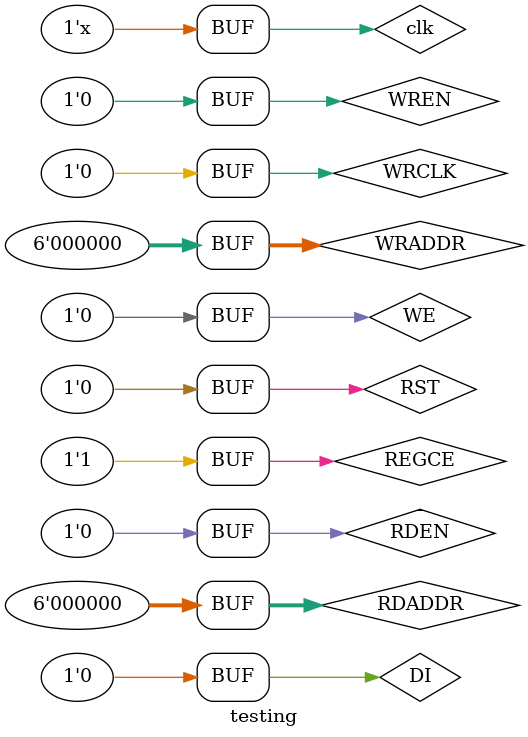
<source format=v>
`timescale 1ns / 1ps


module testing;
	localparam T=20; // clock period
	// Inputs
	reg DO;
	reg DI;
	reg [5:0] RDADDR;
	reg RDCLK;
	reg REGCE;
	reg RST;
	reg WE;
	reg RDEN;
	reg [5:0] WRADDR;
	reg WRCLK;
	reg WREN;

	// Outputs
	reg clk;
	
	
	// Instantiate the Unit Under Test (UUT)
	asd uut (
		.DO(DO), 
		.DI(DI), 
		.RDADDR(6'b0), 
		.RDCLK(clk), 
		.REGCE(1'b1), 
		.RST(1'b0), 
		.WE(1'b0), 
		.RDEN(RDEN), 
		.WRADDR(1'b0), 
		.WRCLK(1'b0), 
		.WREN(1'b0)
	);
	
	always begin
		#(T/2)  clk = ~clk; // alterna el clock cada T/2 bases de tiempo
	end

	initial begin
		// Initialize Inputs
		//DO = 0;
		DI = 0;
		RDADDR = 0;
		//RDCLK = 0;
		REGCE = 1;
		RST = 0;
		WE = 0;
		RDEN = 0;
		WRADDR = 0;
		WRCLK = 0;
		WREN = 0;
		clk = 0;
		// Wait 100 ns for global reset to finish
		
		#T;
		
//		DI = 
        
		// Add stimulus here

	end
      
endmodule
</source>
